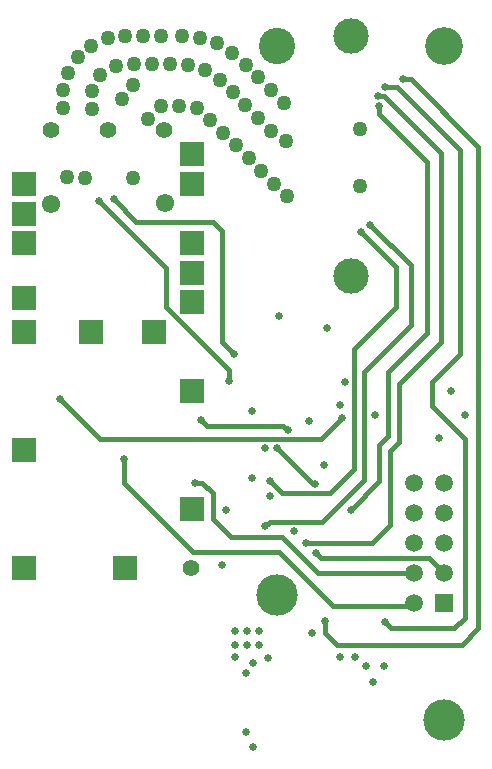
<source format=gbl>
G04 Layer_Physical_Order=4*
G04 Layer_Color=16711680*
%FSAX25Y25*%
%MOIN*%
G70*
G01*
G75*
%ADD23C,0.01500*%
%ADD27C,0.12097*%
%ADD28C,0.13780*%
%ADD29C,0.12598*%
%ADD30C,0.05512*%
%ADD31R,0.07874X0.07874*%
%ADD32C,0.06102*%
%ADD33C,0.05906*%
%ADD34R,0.05906X0.05906*%
%ADD35C,0.11811*%
%ADD36C,0.02500*%
%ADD37C,0.05000*%
D23*
X0376134Y0251657D02*
X0378634D01*
X0352634D02*
Y0259657D01*
Y0251657D02*
X0375634Y0228657D01*
X0437634Y0252157D02*
Y0264157D01*
X0428134Y0242657D02*
X0437634Y0252157D01*
X0421134Y0248157D02*
X0429134Y0256157D01*
X0405134Y0248157D02*
X0421134D01*
X0401134Y0252157D02*
X0405134Y0248157D01*
X0441134Y0237657D02*
Y0262157D01*
X0444134Y0265157D01*
X0437134Y0380657D02*
X0439134D01*
X0416134Y0251157D02*
Y0251657D01*
X0403634Y0263157D02*
X0415134Y0251657D01*
X0331134Y0279657D02*
X0344634Y0266157D01*
X0418134D01*
X0425134Y0273157D01*
X0385134Y0298657D02*
X0389134Y0294657D01*
X0366634Y0310157D02*
X0387634Y0289157D01*
Y0285657D02*
Y0289157D01*
X0366634Y0310157D02*
Y0323157D01*
X0344134Y0345657D02*
X0366634Y0323157D01*
X0435134Y0231657D02*
X0441134Y0237657D01*
X0413134Y0231657D02*
X0435134D01*
X0418134Y0226657D02*
X0454134D01*
X0459134Y0221657D01*
X0416634Y0228157D02*
X0418134Y0226657D01*
X0465134Y0197657D02*
X0470634Y0203157D01*
X0441634D02*
X0462634D01*
X0466134Y0206657D01*
X0439634Y0205157D02*
X0441634Y0203157D01*
X0399634Y0237157D02*
X0401134Y0238657D01*
X0418634D01*
X0432634Y0252657D01*
X0419634Y0201657D02*
X0423634Y0197657D01*
X0419634Y0201657D02*
Y0205657D01*
X0423634Y0197657D02*
X0465134D01*
X0437634Y0264157D02*
X0440634Y0267157D01*
X0415134Y0251657D02*
X0416134D01*
X0458134Y0298657D02*
Y0361657D01*
X0444134Y0284657D02*
X0458134Y0298657D01*
X0444134Y0265157D02*
Y0284657D01*
X0439134Y0380657D02*
X0458134Y0361657D01*
X0440634Y0288657D02*
X0453634Y0301657D01*
X0440634Y0267157D02*
Y0288657D01*
X0434634Y0337657D02*
X0448134Y0324157D01*
Y0304157D02*
Y0324157D01*
X0432634Y0288657D02*
X0448134Y0304157D01*
X0432634Y0252657D02*
Y0288657D01*
X0431634Y0335157D02*
X0443134Y0323657D01*
Y0310157D02*
Y0323657D01*
X0429134Y0296157D02*
X0443134Y0310157D01*
X0429134Y0256157D02*
Y0296157D01*
X0437634Y0374657D02*
Y0377157D01*
Y0374657D02*
X0453634Y0358657D01*
Y0301657D02*
Y0358657D01*
X0445634Y0386157D02*
X0448134D01*
X0470634Y0363657D01*
Y0203157D02*
Y0363657D01*
X0439634Y0383657D02*
X0443634D01*
X0464634Y0362657D01*
X0448134Y0210657D02*
X0449134Y0211657D01*
X0375634Y0228657D02*
X0404134D01*
X0422134Y0210657D01*
X0448134D01*
X0417134Y0221657D02*
X0449134D01*
X0405134Y0233657D02*
X0417134Y0221657D01*
X0388134Y0233657D02*
X0405134D01*
X0382134Y0239657D02*
X0388134Y0233657D01*
X0382134Y0239657D02*
Y0248157D01*
X0378634Y0251657D02*
X0382134Y0248157D01*
X0378134Y0272657D02*
X0380134Y0270657D01*
X0405634D01*
X0407134Y0269157D01*
X0349134Y0346157D02*
X0356634Y0338657D01*
X0382134D01*
X0385134Y0335657D01*
Y0298657D02*
Y0335657D01*
X0466134Y0206657D02*
Y0266157D01*
X0455134Y0277157D02*
Y0285157D01*
X0464634Y0294657D01*
X0455134Y0277157D02*
X0466134Y0266157D01*
X0464634Y0294657D02*
Y0362657D01*
D27*
X0403634Y0397157D02*
D03*
D28*
Y0214441D02*
D03*
X0459303Y0172748D02*
D03*
D29*
Y0397157D02*
D03*
D30*
X0347131Y0369457D02*
D03*
X0366034D02*
D03*
X0374941Y0223249D02*
D03*
X0328234Y0369457D02*
D03*
D31*
X0319134Y0351257D02*
D03*
X0375234Y0361157D02*
D03*
Y0351257D02*
D03*
Y0331657D02*
D03*
Y0321757D02*
D03*
X0352934Y0223257D02*
D03*
X0375234Y0242957D02*
D03*
Y0282357D02*
D03*
X0362734Y0302057D02*
D03*
X0341534D02*
D03*
X0319134Y0223257D02*
D03*
Y0313157D02*
D03*
Y0331657D02*
D03*
Y0262657D02*
D03*
Y0302057D02*
D03*
Y0341457D02*
D03*
X0375234Y0311915D02*
D03*
D32*
X0366280Y0344902D02*
D03*
X0328386Y0344706D02*
D03*
D33*
X0449134Y0251657D02*
D03*
Y0241657D02*
D03*
Y0231657D02*
D03*
Y0221657D02*
D03*
Y0211657D02*
D03*
X0459134Y0251657D02*
D03*
Y0241657D02*
D03*
Y0231657D02*
D03*
Y0221657D02*
D03*
D34*
Y0211657D02*
D03*
D35*
X0428434Y0320557D02*
D03*
Y0400794D02*
D03*
D36*
X0385134Y0224157D02*
D03*
X0376134Y0251657D02*
D03*
X0352634Y0259657D02*
D03*
X0428134Y0242657D02*
D03*
X0401134Y0247157D02*
D03*
X0399634Y0237157D02*
D03*
X0401134Y0252157D02*
D03*
X0386634Y0242657D02*
D03*
X0445634Y0386157D02*
D03*
X0439634Y0383657D02*
D03*
X0437134Y0380657D02*
D03*
X0437634Y0377157D02*
D03*
X0431634Y0335157D02*
D03*
X0416134Y0251157D02*
D03*
X0399634Y0263157D02*
D03*
X0419134Y0257657D02*
D03*
X0403634Y0263157D02*
D03*
X0395134Y0253157D02*
D03*
X0331134Y0279657D02*
D03*
X0425134Y0273157D02*
D03*
X0407134Y0269157D02*
D03*
X0378134Y0272657D02*
D03*
X0389634Y0202157D02*
D03*
X0393634D02*
D03*
X0397634D02*
D03*
Y0197657D02*
D03*
X0393634D02*
D03*
X0389634D02*
D03*
Y0193657D02*
D03*
X0400634Y0193157D02*
D03*
X0395634Y0191657D02*
D03*
X0393134Y0188157D02*
D03*
X0395634Y0163657D02*
D03*
X0393134Y0168657D02*
D03*
X0436134Y0274157D02*
D03*
X0457634Y0266657D02*
D03*
X0466134Y0274157D02*
D03*
X0461634Y0282157D02*
D03*
X0424634Y0277657D02*
D03*
X0426134Y0285157D02*
D03*
X0420134Y0303157D02*
D03*
X0414134Y0272157D02*
D03*
X0395134Y0275657D02*
D03*
X0404134Y0307157D02*
D03*
X0389134Y0294657D02*
D03*
X0387634Y0285657D02*
D03*
X0344134Y0345657D02*
D03*
X0349134Y0346157D02*
D03*
X0413134Y0231657D02*
D03*
X0416634Y0228157D02*
D03*
X0435634Y0185157D02*
D03*
X0433134Y0190657D02*
D03*
X0439134D02*
D03*
X0439634Y0205157D02*
D03*
X0409134Y0235657D02*
D03*
X0424634Y0193657D02*
D03*
X0429634D02*
D03*
X0419634Y0205657D02*
D03*
X0415134Y0201657D02*
D03*
X0434634Y0337657D02*
D03*
D37*
X0371917Y0400763D02*
D03*
X0377881Y0400109D02*
D03*
X0388710Y0395100D02*
D03*
X0393160Y0391075D02*
D03*
X0397403Y0386832D02*
D03*
X0401646Y0382590D02*
D03*
X0405888Y0378347D02*
D03*
X0397275Y0373335D02*
D03*
X0393033Y0377577D02*
D03*
X0388790Y0381820D02*
D03*
X0384548Y0386064D02*
D03*
X0379588Y0389438D02*
D03*
X0373806Y0391042D02*
D03*
X0367807Y0391140D02*
D03*
X0349820Y0390740D02*
D03*
X0344707Y0387600D02*
D03*
X0342035Y0382227D02*
D03*
X0341865Y0376230D02*
D03*
X0339768Y0353401D02*
D03*
X0333768Y0353475D02*
D03*
X0332230Y0376640D02*
D03*
X0332384Y0382638D02*
D03*
X0333967Y0388425D02*
D03*
X0337163Y0393503D02*
D03*
X0341676Y0397457D02*
D03*
X0353074Y0400775D02*
D03*
X0359074D02*
D03*
X0365074D02*
D03*
X0355807Y0391140D02*
D03*
X0347130Y0399958D02*
D03*
X0361807Y0391140D02*
D03*
X0383564Y0398185D02*
D03*
X0406519Y0365777D02*
D03*
X0401518Y0369092D02*
D03*
X0431156Y0369697D02*
D03*
X0431160Y0350528D02*
D03*
X0406936Y0347236D02*
D03*
X0402663Y0351447D02*
D03*
X0398420Y0355690D02*
D03*
X0394177Y0359933D02*
D03*
X0389935Y0364175D02*
D03*
X0385692Y0368418D02*
D03*
X0381449Y0372661D02*
D03*
X0376940Y0376618D02*
D03*
X0370962Y0377140D02*
D03*
X0364962D02*
D03*
X0360762Y0372855D02*
D03*
X0355618Y0353415D02*
D03*
X0351917Y0379541D02*
D03*
X0355511Y0384346D02*
D03*
M02*

</source>
